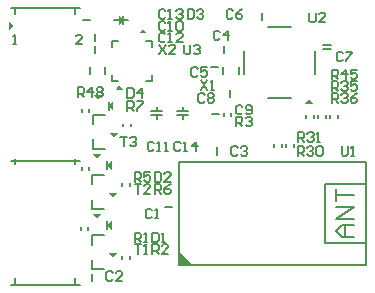
<source format=gbr>
%TF.GenerationSoftware,Altium Limited,Altium Designer,23.3.1 (30)*%
G04 Layer_Color=65535*
%FSLAX45Y45*%
%MOMM*%
%TF.SameCoordinates,B56B3050-E4CE-4FE9-8081-1B6FDF6B35C2*%
%TF.FilePolarity,Positive*%
%TF.FileFunction,Legend,Top*%
%TF.Part,Single*%
G01*
G75*
%TA.AperFunction,NonConductor*%
%ADD29C,0.15000*%
%ADD36C,0.20000*%
G36*
X970032Y2380268D02*
X928032Y2340268D01*
Y2420268D01*
X970032Y2380268D01*
D02*
G37*
G36*
X40000Y2326000D02*
X0Y2293842D01*
Y2358157D01*
X40000Y2326000D01*
D02*
G37*
G36*
X1167157Y2266411D02*
X1102843D01*
X1135000Y2305000D01*
X1167157Y2266411D01*
D02*
G37*
G36*
X967157Y1790000D02*
X902842D01*
X935000Y1828588D01*
X967157Y1790000D01*
D02*
G37*
G36*
X753921Y1708995D02*
X721764Y1747584D01*
X786078D01*
X753921Y1708995D01*
D02*
G37*
G36*
X2573237Y1670706D02*
X2508922D01*
X2541079Y1709294D01*
X2573237Y1670706D01*
D02*
G37*
G36*
X885000Y1613289D02*
X840000Y1653289D01*
X885000Y1693289D01*
Y1613289D01*
D02*
G37*
G36*
X891079Y1383995D02*
X858921Y1422584D01*
X923236D01*
X891079Y1383995D01*
D02*
G37*
G36*
X743921Y1208995D02*
X711764Y1247584D01*
X776078D01*
X743921Y1208995D01*
D02*
G37*
G36*
X875000Y1113289D02*
X830000Y1153289D01*
X875000Y1193289D01*
Y1113289D01*
D02*
G37*
G36*
X881079Y873995D02*
X848921Y912584D01*
X913236D01*
X881079Y873995D01*
D02*
G37*
G36*
X743921Y698995D02*
X711764Y737583D01*
X776078D01*
X743921Y698995D01*
D02*
G37*
G36*
X875000Y603289D02*
X830000Y643289D01*
X875000Y683289D01*
Y603289D01*
D02*
G37*
G36*
X881079Y363995D02*
X848921Y402584D01*
X913236D01*
X881079Y363995D01*
D02*
G37*
G36*
X1540000Y305000D02*
X1440000D01*
Y405000D01*
X1540000Y305000D01*
D02*
G37*
D29*
X815000Y1920000D02*
Y1980000D01*
X685000Y1920000D02*
Y1980000D01*
X730000Y2100000D02*
Y2160000D01*
X630000Y2380000D02*
X690000D01*
X730000Y2200000D02*
Y2260000D01*
X1249927Y1640000D02*
X1250000Y1605000D01*
X1249927Y1540000D02*
Y1575000D01*
X1200000D02*
X1300000D01*
X1200000Y1605000D02*
X1300000D01*
X1815000Y1920000D02*
Y1980000D01*
X1945000Y1920000D02*
Y1980000D01*
X870000Y2150000D02*
Y2200000D01*
X920000D01*
X1160000D02*
X1210000D01*
Y2150000D02*
Y2200000D01*
X1160000Y1860000D02*
X1210000D01*
Y1910000D01*
X870000Y1860000D02*
X920000D01*
X870000D02*
Y1910000D01*
X2190000Y2320000D02*
X2390000D01*
X2190000Y1720000D02*
X2390000D01*
X1990000Y1920000D02*
Y2120000D01*
X2590000Y1920000D02*
Y2120000D01*
X2680000Y490000D02*
X3015000D01*
X2680000D02*
Y990000D01*
X3020000D01*
X1440000Y405000D02*
X1540000Y305000D01*
X1440000D02*
X3020000D01*
X1440000Y1175000D02*
X3020000D01*
Y305000D02*
Y1175000D01*
X1440000Y305000D02*
Y1175000D01*
X715000Y1578289D02*
X815000D01*
X715000Y1498289D02*
Y1578289D01*
Y1288289D02*
X815000D01*
X715000D02*
Y1368289D01*
X705000Y1068289D02*
X805000D01*
X705000Y988289D02*
Y1068289D01*
Y778289D02*
X805000D01*
X705000D02*
Y858289D01*
Y558289D02*
X805000D01*
X705000Y478289D02*
Y558289D01*
Y268289D02*
X805000D01*
X705000D02*
Y348289D01*
X682000Y1601289D02*
Y1625289D01*
X618000Y1601289D02*
Y1625289D01*
X2582000Y1548000D02*
Y1572000D01*
X2518000Y1548000D02*
Y1572000D01*
X2782000Y1548000D02*
Y1572000D01*
X2718000Y1548000D02*
Y1572000D01*
X2682000Y1548000D02*
Y1572000D01*
X2618000Y1548000D02*
Y1572000D01*
X2312000Y1308000D02*
Y1332000D01*
X2248000Y1308000D02*
Y1332000D01*
X2412000Y1308000D02*
Y1332000D01*
X2348000Y1308000D02*
Y1332000D01*
X968000Y1478000D02*
Y1502000D01*
X1032000Y1478000D02*
Y1502000D01*
X958000Y978000D02*
Y1002000D01*
X1022000Y978000D02*
Y1002000D01*
X682000Y1111289D02*
Y1135289D01*
X618000Y1111289D02*
Y1135289D01*
X1882000Y1568000D02*
Y1592000D01*
X1818000Y1568000D02*
Y1592000D01*
X958000Y358000D02*
Y382000D01*
X1022000Y358000D02*
Y382000D01*
X672000Y601289D02*
Y625289D01*
X608000Y601289D02*
Y625289D01*
X843000Y1618289D02*
Y1688289D01*
X890000Y2380000D02*
X939894D01*
X979894D01*
X1010000D01*
X967032Y2345268D02*
Y2415268D01*
X833000Y1118289D02*
Y1188289D01*
Y608289D02*
Y678289D01*
X1469927Y1640000D02*
X1470000Y1605000D01*
X1469927Y1540000D02*
Y1575000D01*
X1420000D02*
X1520000D01*
X1420000Y1605000D02*
X1520000D01*
X1720001Y1580000D02*
X1780001D01*
X1870000Y1730000D02*
Y1790000D01*
X2655000Y2135000D02*
X2725000D01*
X2655000Y2165000D02*
X2725000D01*
X2140000Y2380000D02*
Y2440000D01*
X1710000Y1980000D02*
X1770000D01*
X1820002Y2100001D02*
Y2160001D01*
X1760000Y1240000D02*
Y1300000D01*
X700000Y170000D02*
Y230000D01*
X1320000Y800000D02*
X1380000D01*
X618316Y2175000D02*
X565000D01*
X618316Y2228316D01*
Y2241645D01*
X604987Y2254974D01*
X578329D01*
X565000Y2241645D01*
X35000Y2175000D02*
X61658D01*
X48329D01*
Y2254974D01*
X35000Y2241645D01*
X2543355Y2439987D02*
Y2373342D01*
X2556684Y2360013D01*
X2583342D01*
X2596671Y2373342D01*
Y2439987D01*
X2676645Y2360013D02*
X2623329D01*
X2676645Y2413329D01*
Y2426658D01*
X2663316Y2439987D01*
X2636658D01*
X2623329Y2426658D01*
X1273355Y2169987D02*
X1326671Y2090013D01*
Y2169987D02*
X1273355Y2090013D01*
X1406645D02*
X1353329D01*
X1406645Y2143329D01*
Y2156658D01*
X1393316Y2169987D01*
X1366658D01*
X1353329Y2156658D01*
X1626684Y1869987D02*
X1680000Y1790013D01*
Y1869987D02*
X1626684Y1790013D01*
X1706658D02*
X1733316D01*
X1719987D01*
Y1869987D01*
X1706658Y1856658D01*
X1483355Y2169987D02*
Y2103342D01*
X1496684Y2090013D01*
X1523342D01*
X1536671Y2103342D01*
Y2169987D01*
X1563329Y2156658D02*
X1576658Y2169987D01*
X1603316D01*
X1616645Y2156658D01*
Y2143329D01*
X1603316Y2130000D01*
X1589987D01*
X1603316D01*
X1616645Y2116671D01*
Y2103342D01*
X1603316Y2090013D01*
X1576658D01*
X1563329Y2103342D01*
X943355Y1389987D02*
X996671D01*
X970013D01*
Y1310013D01*
X1023329Y1376658D02*
X1036658Y1389987D01*
X1063316D01*
X1076645Y1376658D01*
Y1363329D01*
X1063316Y1350000D01*
X1049987D01*
X1063316D01*
X1076645Y1336671D01*
Y1323342D01*
X1063316Y1310013D01*
X1036658D01*
X1023329Y1323342D01*
X583368Y1730013D02*
Y1809987D01*
X623355D01*
X636684Y1796658D01*
Y1770000D01*
X623355Y1756671D01*
X583368D01*
X610026D02*
X636684Y1730013D01*
X703329D02*
Y1809987D01*
X663342Y1770000D01*
X716658D01*
X743316Y1796658D02*
X756645Y1809987D01*
X783303D01*
X796632Y1796658D01*
Y1783329D01*
X783303Y1770000D01*
X796632Y1756671D01*
Y1743342D01*
X783303Y1730013D01*
X756645D01*
X743316Y1743342D01*
Y1756671D01*
X756645Y1770000D01*
X743316Y1783329D01*
Y1796658D01*
X756645Y1770000D02*
X783303D01*
X2733368Y1880013D02*
Y1959987D01*
X2773355D01*
X2786684Y1946658D01*
Y1920000D01*
X2773355Y1906671D01*
X2733368D01*
X2760026D02*
X2786684Y1880013D01*
X2853329D02*
Y1959987D01*
X2813342Y1920000D01*
X2866658D01*
X2946632Y1959987D02*
X2893316D01*
Y1920000D01*
X2919974Y1933329D01*
X2933303D01*
X2946632Y1920000D01*
Y1893342D01*
X2933303Y1880013D01*
X2906645D01*
X2893316Y1893342D01*
X2733368Y1680013D02*
Y1759987D01*
X2773355D01*
X2786684Y1746658D01*
Y1720000D01*
X2773355Y1706671D01*
X2733368D01*
X2760026D02*
X2786684Y1680013D01*
X2813342Y1746658D02*
X2826671Y1759987D01*
X2853329D01*
X2866658Y1746658D01*
Y1733329D01*
X2853329Y1720000D01*
X2840000D01*
X2853329D01*
X2866658Y1706671D01*
Y1693342D01*
X2853329Y1680013D01*
X2826671D01*
X2813342Y1693342D01*
X2946632Y1759987D02*
X2919974Y1746658D01*
X2893316Y1720000D01*
Y1693342D01*
X2906645Y1680013D01*
X2933303D01*
X2946632Y1693342D01*
Y1706671D01*
X2933303Y1720000D01*
X2893316D01*
X2733368Y1780013D02*
Y1859987D01*
X2773355D01*
X2786684Y1846658D01*
Y1820000D01*
X2773355Y1806671D01*
X2733368D01*
X2760026D02*
X2786684Y1780013D01*
X2813342Y1846658D02*
X2826671Y1859987D01*
X2853329D01*
X2866658Y1846658D01*
Y1833329D01*
X2853329Y1820000D01*
X2840000D01*
X2853329D01*
X2866658Y1806671D01*
Y1793342D01*
X2853329Y1780013D01*
X2826671D01*
X2813342Y1793342D01*
X2946632Y1859987D02*
X2893316D01*
Y1820000D01*
X2919974Y1833329D01*
X2933303D01*
X2946632Y1820000D01*
Y1793342D01*
X2933303Y1780013D01*
X2906645D01*
X2893316Y1793342D01*
X2446697Y1350013D02*
Y1429987D01*
X2486684D01*
X2500013Y1416658D01*
Y1390000D01*
X2486684Y1376671D01*
X2446697D01*
X2473355D02*
X2500013Y1350013D01*
X2526671Y1416658D02*
X2540000Y1429987D01*
X2566658D01*
X2579987Y1416658D01*
Y1403329D01*
X2566658Y1390000D01*
X2553329D01*
X2566658D01*
X2579987Y1376671D01*
Y1363342D01*
X2566658Y1350013D01*
X2540000D01*
X2526671Y1363342D01*
X2606645Y1350013D02*
X2633303D01*
X2619974D01*
Y1429987D01*
X2606645Y1416658D01*
X2443368Y1230013D02*
Y1309987D01*
X2483355D01*
X2496684Y1296658D01*
Y1270000D01*
X2483355Y1256671D01*
X2443368D01*
X2470026D02*
X2496684Y1230013D01*
X2523342Y1296658D02*
X2536671Y1309987D01*
X2563329D01*
X2576658Y1296658D01*
Y1283329D01*
X2563329Y1270000D01*
X2550000D01*
X2563329D01*
X2576658Y1256671D01*
Y1243342D01*
X2563329Y1230013D01*
X2536671D01*
X2523342Y1243342D01*
X2603316Y1296658D02*
X2616645Y1309987D01*
X2643303D01*
X2656632Y1296658D01*
Y1243342D01*
X2643303Y1230013D01*
X2616645D01*
X2603316Y1243342D01*
Y1296658D01*
X1003355Y1799987D02*
Y1720013D01*
X1043342D01*
X1056671Y1733342D01*
Y1786658D01*
X1043342Y1799987D01*
X1003355D01*
X1123316Y1720013D02*
Y1799987D01*
X1083329Y1760000D01*
X1136645D01*
X1453348Y1336658D02*
X1440019Y1349987D01*
X1413361D01*
X1400032Y1336658D01*
Y1283342D01*
X1413361Y1270013D01*
X1440019D01*
X1453348Y1283342D01*
X1480006Y1270013D02*
X1506664D01*
X1493336D01*
Y1349987D01*
X1480006Y1336658D01*
X1586639Y1270013D02*
Y1349987D01*
X1546652Y1310000D01*
X1599968D01*
X1323348Y2456658D02*
X1310019Y2469987D01*
X1283361D01*
X1270032Y2456658D01*
Y2403342D01*
X1283361Y2390013D01*
X1310019D01*
X1323348Y2403342D01*
X1350006Y2390013D02*
X1376665D01*
X1363336D01*
Y2469987D01*
X1350006Y2456658D01*
X1416652D02*
X1429981Y2469987D01*
X1456639D01*
X1469968Y2456658D01*
Y2443329D01*
X1456639Y2430000D01*
X1443310D01*
X1456639D01*
X1469968Y2416671D01*
Y2403342D01*
X1456639Y2390013D01*
X1429981D01*
X1416652Y2403342D01*
X1323348Y2256658D02*
X1310019Y2269987D01*
X1283361D01*
X1270032Y2256658D01*
Y2203342D01*
X1283361Y2190013D01*
X1310019D01*
X1323348Y2203342D01*
X1350006Y2190013D02*
X1376665D01*
X1363336D01*
Y2269987D01*
X1350006Y2256658D01*
X1469968Y2190013D02*
X1416652D01*
X1469968Y2243329D01*
Y2256658D01*
X1456639Y2269987D01*
X1429981D01*
X1416652Y2256658D01*
X1226678Y1336658D02*
X1213349Y1349987D01*
X1186691D01*
X1173361Y1336658D01*
Y1283342D01*
X1186691Y1270013D01*
X1213349D01*
X1226678Y1283342D01*
X1253336Y1270013D02*
X1279994D01*
X1266665D01*
Y1349987D01*
X1253336Y1336658D01*
X1319981Y1270013D02*
X1346639D01*
X1333310D01*
Y1349987D01*
X1319981Y1336658D01*
X1323348Y2356658D02*
X1310019Y2369987D01*
X1283361D01*
X1270032Y2356658D01*
Y2303342D01*
X1283361Y2290013D01*
X1310019D01*
X1323348Y2303342D01*
X1350006Y2290013D02*
X1376665D01*
X1363336D01*
Y2369987D01*
X1350006Y2356658D01*
X1416652D02*
X1429981Y2369987D01*
X1456639D01*
X1469968Y2356658D01*
Y2303342D01*
X1456639Y2290013D01*
X1429981D01*
X1416652Y2303342D01*
Y2356658D01*
X1976671Y1646658D02*
X1963342Y1659987D01*
X1936684D01*
X1923355Y1646658D01*
Y1593342D01*
X1936684Y1580013D01*
X1963342D01*
X1976671Y1593342D01*
X2003329D02*
X2016658Y1580013D01*
X2043316D01*
X2056645Y1593342D01*
Y1646658D01*
X2043316Y1659987D01*
X2016658D01*
X2003329Y1646658D01*
Y1633329D01*
X2016658Y1620000D01*
X2056645D01*
X1656671Y1746658D02*
X1643342Y1759987D01*
X1616684D01*
X1603355Y1746658D01*
Y1693342D01*
X1616684Y1680013D01*
X1643342D01*
X1656671Y1693342D01*
X1683329Y1746658D02*
X1696658Y1759987D01*
X1723316D01*
X1736645Y1746658D01*
Y1733329D01*
X1723316Y1720000D01*
X1736645Y1706671D01*
Y1693342D01*
X1723316Y1680013D01*
X1696658D01*
X1683329Y1693342D01*
Y1706671D01*
X1696658Y1720000D01*
X1683329Y1733329D01*
Y1746658D01*
X1696658Y1720000D02*
X1723316D01*
X2826671Y2096658D02*
X2813342Y2109987D01*
X2786684D01*
X2773355Y2096658D01*
Y2043342D01*
X2786684Y2030013D01*
X2813342D01*
X2826671Y2043342D01*
X2853329Y2109987D02*
X2906645D01*
Y2096658D01*
X2853329Y2043342D01*
Y2030013D01*
X1896671Y2456658D02*
X1883342Y2469987D01*
X1856684D01*
X1843355Y2456658D01*
Y2403342D01*
X1856684Y2390013D01*
X1883342D01*
X1896671Y2403342D01*
X1976645Y2469987D02*
X1949987Y2456658D01*
X1923329Y2430000D01*
Y2403342D01*
X1936658Y2390013D01*
X1963316D01*
X1976645Y2403342D01*
Y2416671D01*
X1963316Y2430000D01*
X1923329D01*
X1596671Y1966658D02*
X1583342Y1979987D01*
X1556684D01*
X1543355Y1966658D01*
Y1913342D01*
X1556684Y1900013D01*
X1583342D01*
X1596671Y1913342D01*
X1676645Y1979987D02*
X1623329D01*
Y1940000D01*
X1649987Y1953329D01*
X1663316D01*
X1676645Y1940000D01*
Y1913342D01*
X1663316Y1900013D01*
X1636658D01*
X1623329Y1913342D01*
X1786671Y2276658D02*
X1773342Y2289987D01*
X1746684D01*
X1733355Y2276658D01*
Y2223342D01*
X1746684Y2210013D01*
X1773342D01*
X1786671Y2223342D01*
X1853316Y2210013D02*
Y2289987D01*
X1813329Y2250000D01*
X1866645D01*
X1003355Y1610013D02*
Y1689987D01*
X1043342D01*
X1056671Y1676658D01*
Y1650000D01*
X1043342Y1636671D01*
X1003355D01*
X1030013D02*
X1056671Y1610013D01*
X1083329Y1689987D02*
X1136645D01*
Y1676658D01*
X1083329Y1623342D01*
Y1610013D01*
X1065000Y989987D02*
X1118316D01*
X1091658D01*
Y910013D01*
X1198290D02*
X1144974D01*
X1198290Y963329D01*
Y976658D01*
X1184961Y989987D01*
X1158303D01*
X1144974Y976658D01*
X1235000Y910013D02*
Y989987D01*
X1274987D01*
X1288316Y976658D01*
Y950000D01*
X1274987Y936671D01*
X1235000D01*
X1261658D02*
X1288316Y910013D01*
X1368290Y989987D02*
X1341632Y976658D01*
X1314974Y950000D01*
Y923342D01*
X1328303Y910013D01*
X1354961D01*
X1368290Y923342D01*
Y936671D01*
X1354961Y950000D01*
X1314974D01*
X1065000Y1010013D02*
Y1089987D01*
X1104987D01*
X1118316Y1076658D01*
Y1050000D01*
X1104987Y1036671D01*
X1065000D01*
X1091658D02*
X1118316Y1010013D01*
X1198290Y1089987D02*
X1144974D01*
Y1050000D01*
X1171632Y1063329D01*
X1184961D01*
X1198290Y1050000D01*
Y1023342D01*
X1184961Y1010013D01*
X1158303D01*
X1144974Y1023342D01*
X1513355Y2469987D02*
Y2390013D01*
X1553342D01*
X1566671Y2403342D01*
Y2456658D01*
X1553342Y2469987D01*
X1513355D01*
X1593329Y2456658D02*
X1606658Y2469987D01*
X1633316D01*
X1646645Y2456658D01*
Y2443329D01*
X1633316Y2430000D01*
X1619987D01*
X1633316D01*
X1646645Y2416671D01*
Y2403342D01*
X1633316Y2390013D01*
X1606658D01*
X1593329Y2403342D01*
X1235000Y1089987D02*
Y1010013D01*
X1274987D01*
X1288316Y1023342D01*
Y1076658D01*
X1274987Y1089987D01*
X1235000D01*
X1368290Y1010013D02*
X1314974D01*
X1368290Y1063329D01*
Y1076658D01*
X1354961Y1089987D01*
X1328303D01*
X1314974Y1076658D01*
X1923355Y1480013D02*
Y1559987D01*
X1963342D01*
X1976671Y1546658D01*
Y1520000D01*
X1963342Y1506671D01*
X1923355D01*
X1950013D02*
X1976671Y1480013D01*
X2003329Y1546658D02*
X2016658Y1559987D01*
X2043316D01*
X2056645Y1546658D01*
Y1533329D01*
X2043316Y1520000D01*
X2029987D01*
X2043316D01*
X2056645Y1506671D01*
Y1493342D01*
X2043316Y1480013D01*
X2016658D01*
X2003329Y1493342D01*
X1936671Y1296658D02*
X1923342Y1309987D01*
X1896684D01*
X1883355Y1296658D01*
Y1243342D01*
X1896684Y1230013D01*
X1923342D01*
X1936671Y1243342D01*
X1963329Y1296658D02*
X1976658Y1309987D01*
X2003316D01*
X2016645Y1296658D01*
Y1283329D01*
X2003316Y1270000D01*
X1989987D01*
X2003316D01*
X2016645Y1256671D01*
Y1243342D01*
X2003316Y1230013D01*
X1976658D01*
X1963329Y1243342D01*
X2816684Y1309987D02*
Y1243342D01*
X2830013Y1230013D01*
X2856671D01*
X2870000Y1243342D01*
Y1309987D01*
X2896658Y1230013D02*
X2923316D01*
X2909987D01*
Y1309987D01*
X2896658Y1296658D01*
X1065000Y479987D02*
X1118316D01*
X1091658D01*
Y400013D01*
X1144974D02*
X1171632D01*
X1158303D01*
Y479987D01*
X1144974Y466658D01*
X1215000Y400013D02*
Y479987D01*
X1254987D01*
X1268316Y466658D01*
Y440000D01*
X1254987Y426671D01*
X1215000D01*
X1241658D02*
X1268316Y400013D01*
X1348290D02*
X1294974D01*
X1348290Y453329D01*
Y466658D01*
X1334961Y479987D01*
X1308303D01*
X1294974Y466658D01*
X1065000Y500013D02*
Y579987D01*
X1104987D01*
X1118316Y566658D01*
Y540000D01*
X1104987Y526671D01*
X1065000D01*
X1091658D02*
X1118316Y500013D01*
X1144974D02*
X1171632D01*
X1158303D01*
Y579987D01*
X1144974Y566658D01*
X1215000Y579987D02*
Y500013D01*
X1254987D01*
X1268316Y513342D01*
Y566658D01*
X1254987Y579987D01*
X1215000D01*
X1294974Y500013D02*
X1321632D01*
X1308303D01*
Y579987D01*
X1294974Y566658D01*
X1210000Y766658D02*
X1196671Y779987D01*
X1170013D01*
X1156684Y766658D01*
Y713342D01*
X1170013Y700013D01*
X1196671D01*
X1210000Y713342D01*
X1236658Y700013D02*
X1263316D01*
X1249987D01*
Y779987D01*
X1236658Y766658D01*
X878316Y236658D02*
X864987Y249987D01*
X838329D01*
X825000Y236658D01*
Y183342D01*
X838329Y170013D01*
X864987D01*
X878316Y183342D01*
X958290Y170013D02*
X904974D01*
X958290Y223329D01*
Y236658D01*
X944961Y249987D01*
X918303D01*
X904974Y236658D01*
D36*
X55000Y2426000D02*
Y2476000D01*
X15000Y2478000D02*
X600000D01*
X560000Y2426000D02*
Y2476000D01*
X15000Y1183000D02*
X600000D01*
X55000Y1161000D02*
Y1206000D01*
X560000Y1161000D02*
Y1206000D01*
X25000Y1183000D02*
X590000D01*
X560000Y1161000D02*
Y1206000D01*
X55000Y1161000D02*
Y1206000D01*
Y141000D02*
Y191000D01*
X560000Y141000D02*
Y191000D01*
X15000Y137000D02*
X600000D01*
X2920000Y539999D02*
X2818433D01*
X2767649Y590783D01*
X2818433Y641567D01*
X2920000D01*
X2843825D01*
Y539999D01*
X2920000Y692350D02*
X2767649D01*
X2920000Y793917D01*
X2767649D01*
Y844701D02*
Y946268D01*
Y895484D01*
X2920000D01*
%TF.MD5,21bbf506b03f67013446338e093212c9*%
M02*

</source>
